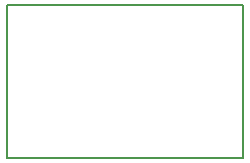
<source format=gbr>
G04 #@! TF.FileFunction,Profile,NP*
%FSLAX46Y46*%
G04 Gerber Fmt 4.6, Leading zero omitted, Abs format (unit mm)*
G04 Created by KiCad (PCBNEW 4.0.1-stable) date 6/14/2016 12:32:48 PM*
%MOMM*%
G01*
G04 APERTURE LIST*
%ADD10C,0.100000*%
%ADD11C,0.150000*%
G04 APERTURE END LIST*
D10*
D11*
X170000000Y-100000000D02*
X150000000Y-100000000D01*
X170000000Y-113000000D02*
X170000000Y-100000000D01*
X150000000Y-113000000D02*
X170000000Y-113000000D01*
X150000000Y-100000000D02*
X150000000Y-113000000D01*
M02*

</source>
